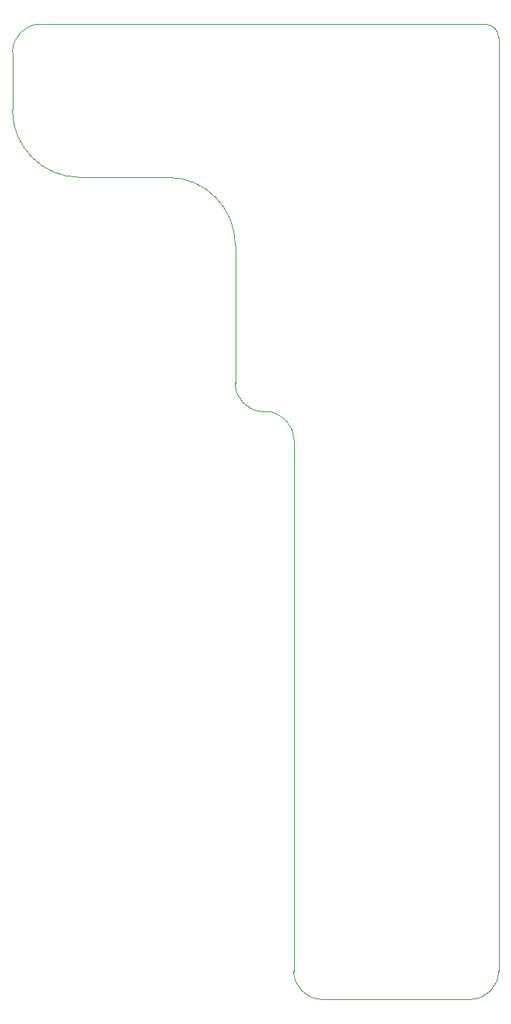
<source format=gbr>
G04 #@! TF.GenerationSoftware,KiCad,Pcbnew,5.1.10-1.fc34*
G04 #@! TF.CreationDate,2021-06-07T07:45:22+01:00*
G04 #@! TF.ProjectId,A500,41353030-2e6b-4696-9361-645f70636258,rev?*
G04 #@! TF.SameCoordinates,Original*
G04 #@! TF.FileFunction,Profile,NP*
%FSLAX46Y46*%
G04 Gerber Fmt 4.6, Leading zero omitted, Abs format (unit mm)*
G04 Created by KiCad (PCBNEW 5.1.10-1.fc34) date 2021-06-07 07:45:22*
%MOMM*%
%LPD*%
G01*
G04 APERTURE LIST*
G04 #@! TA.AperFunction,Profile*
%ADD10C,0.050000*%
G04 #@! TD*
G04 APERTURE END LIST*
D10*
X109220000Y-20320000D02*
G75*
G02*
X110744000Y-21844000I0J-1524000D01*
G01*
X110744000Y-127127000D02*
G75*
G02*
X107569000Y-130302000I-3175000J0D01*
G01*
X90805000Y-130302000D02*
G75*
G02*
X87630000Y-127127000I0J3175000D01*
G01*
X84455000Y-64008000D02*
G75*
G02*
X87630000Y-67183000I0J-3175000D01*
G01*
X84201000Y-64008000D02*
G75*
G02*
X81026000Y-60833000I0J3175000D01*
G01*
X73406000Y-37592000D02*
G75*
G02*
X81026000Y-45212000I0J-7620000D01*
G01*
X55880000Y-23495000D02*
G75*
G02*
X59055000Y-20320000I3175000J0D01*
G01*
X63500000Y-37592000D02*
G75*
G02*
X55880000Y-29972000I0J7620000D01*
G01*
X81026000Y-60833000D02*
X81026000Y-45212000D01*
X84455000Y-64008000D02*
X84201000Y-64008000D01*
X55880000Y-29972000D02*
X55880000Y-23495000D01*
X73406000Y-37592000D02*
X63500000Y-37592000D01*
X87630000Y-127127000D02*
X87630000Y-67183000D01*
X107569000Y-130302000D02*
X90805000Y-130302000D01*
X110744000Y-21844000D02*
X110744000Y-127127000D01*
X59055000Y-20320000D02*
X109220000Y-20320000D01*
M02*

</source>
